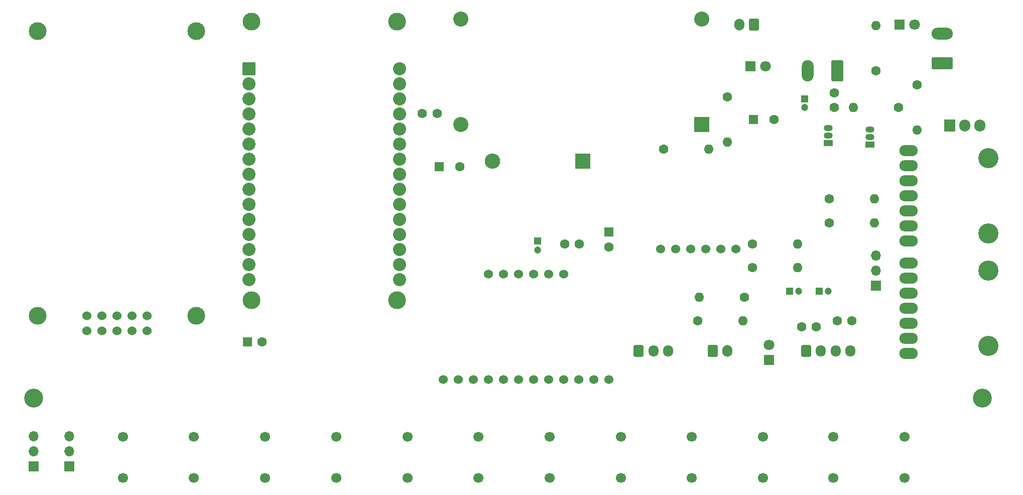
<source format=gbr>
%TF.GenerationSoftware,KiCad,Pcbnew,8.0.4*%
%TF.CreationDate,2024-10-15T19:25:35-05:00*%
%TF.ProjectId,touchboard,746f7563-6862-46f6-9172-642e6b696361,rev?*%
%TF.SameCoordinates,Original*%
%TF.FileFunction,Soldermask,Bot*%
%TF.FilePolarity,Negative*%
%FSLAX46Y46*%
G04 Gerber Fmt 4.6, Leading zero omitted, Abs format (unit mm)*
G04 Created by KiCad (PCBNEW 8.0.4) date 2024-10-15 19:25:35*
%MOMM*%
%LPD*%
G01*
G04 APERTURE LIST*
G04 Aperture macros list*
%AMRoundRect*
0 Rectangle with rounded corners*
0 $1 Rounding radius*
0 $2 $3 $4 $5 $6 $7 $8 $9 X,Y pos of 4 corners*
0 Add a 4 corners polygon primitive as box body*
4,1,4,$2,$3,$4,$5,$6,$7,$8,$9,$2,$3,0*
0 Add four circle primitives for the rounded corners*
1,1,$1+$1,$2,$3*
1,1,$1+$1,$4,$5*
1,1,$1+$1,$6,$7*
1,1,$1+$1,$8,$9*
0 Add four rect primitives between the rounded corners*
20,1,$1+$1,$2,$3,$4,$5,0*
20,1,$1+$1,$4,$5,$6,$7,0*
20,1,$1+$1,$6,$7,$8,$9,0*
20,1,$1+$1,$8,$9,$2,$3,0*%
G04 Aperture macros list end*
%ADD10C,1.524000*%
%ADD11C,1.600000*%
%ADD12O,1.600000X1.600000*%
%ADD13R,1.200000X1.200000*%
%ADD14C,1.200000*%
%ADD15R,1.905000X2.000000*%
%ADD16O,1.905000X2.000000*%
%ADD17R,1.600000X1.600000*%
%ADD18RoundRect,0.250000X0.600000X0.750000X-0.600000X0.750000X-0.600000X-0.750000X0.600000X-0.750000X0*%
%ADD19O,1.700000X2.000000*%
%ADD20C,1.700000*%
%ADD21R,1.700000X1.700000*%
%ADD22O,1.700000X1.700000*%
%ADD23C,3.000000*%
%ADD24RoundRect,0.102000X-1.000000X-1.000000X1.000000X-1.000000X1.000000X1.000000X-1.000000X1.000000X0*%
%ADD25C,2.204000*%
%ADD26RoundRect,0.250000X-0.600000X-0.725000X0.600000X-0.725000X0.600000X0.725000X-0.600000X0.725000X0*%
%ADD27O,1.700000X1.950000*%
%ADD28C,3.200000*%
%ADD29R,2.540000X2.540000*%
%ADD30C,2.540000*%
%ADD31RoundRect,0.250000X1.550000X-0.750000X1.550000X0.750000X-1.550000X0.750000X-1.550000X-0.750000X0*%
%ADD32O,3.600000X2.000000*%
%ADD33C,3.400000*%
%ADD34O,3.101600X1.851600*%
%ADD35RoundRect,0.250000X0.750000X1.550000X-0.750000X1.550000X-0.750000X-1.550000X0.750000X-1.550000X0*%
%ADD36O,2.000000X3.600000*%
%ADD37R,1.800000X1.800000*%
%ADD38C,1.800000*%
%ADD39RoundRect,0.250000X-0.600000X-0.750000X0.600000X-0.750000X0.600000X0.750000X-0.600000X0.750000X0*%
%ADD40R,1.500000X1.050000*%
%ADD41O,1.500000X1.050000*%
%ADD42R,2.600000X2.600000*%
%ADD43O,2.600000X2.600000*%
G04 APERTURE END LIST*
D10*
%TO.C,U1*%
X135350000Y-88110000D03*
X132810000Y-88110000D03*
X130270000Y-88110000D03*
X127730000Y-88110000D03*
X125190000Y-88110000D03*
X122650000Y-88110000D03*
X115030000Y-105890000D03*
X117570000Y-105890000D03*
X120110000Y-105890000D03*
X122650000Y-105890000D03*
X125190000Y-105890000D03*
X127730000Y-105890000D03*
X130270000Y-105890000D03*
X132810000Y-105890000D03*
X135350000Y-105890000D03*
X137890000Y-105890000D03*
X140430000Y-105890000D03*
X142970000Y-105890000D03*
%TD*%
D11*
%TO.C,R3*%
X191810000Y-60000000D03*
D12*
X184190000Y-60000000D03*
%TD*%
D13*
%TO.C,C4*%
X176000000Y-58500000D03*
D14*
X176000000Y-60000000D03*
%TD*%
D11*
%TO.C,C35*%
X135500000Y-83000000D03*
X138000000Y-83000000D03*
%TD*%
D15*
%TO.C,Q3*%
X200460000Y-63000000D03*
D16*
X203000000Y-63000000D03*
X205540000Y-63000000D03*
%TD*%
D13*
%TO.C,C8*%
X178500000Y-91000000D03*
D14*
X180000000Y-91000000D03*
%TD*%
D11*
%TO.C,R1*%
X163000000Y-58190000D03*
D12*
X163000000Y-65810000D03*
%TD*%
D17*
%TO.C,C1*%
X167347349Y-62000000D03*
D11*
X170847349Y-62000000D03*
%TD*%
%TO.C,RG1*%
X180143000Y-79420000D03*
D12*
X187763000Y-79420000D03*
%TD*%
D17*
%TO.C,C33*%
X143000000Y-81000000D03*
D11*
X143000000Y-83500000D03*
%TD*%
D18*
%TO.C,J2*%
X167500000Y-46000000D03*
D19*
X165000000Y-46000000D03*
%TD*%
D20*
%TO.C,E9*%
X157000000Y-122500000D03*
X157000000Y-115500000D03*
%TD*%
D21*
%TO.C,JP1*%
X188000000Y-90000000D03*
D22*
X188000000Y-87460000D03*
X188000000Y-84920000D03*
%TD*%
D11*
%TO.C,R2*%
X152190000Y-67000000D03*
D12*
X159810000Y-67000000D03*
%TD*%
D23*
%TO.C,U3*%
X82720000Y-45525000D03*
X82720000Y-92475000D03*
X107230000Y-45525000D03*
X107230000Y-92475000D03*
D24*
X82300000Y-53485000D03*
D25*
X82300000Y-56025000D03*
X82300000Y-58565000D03*
X82300000Y-61105000D03*
X82300000Y-63645000D03*
X82300000Y-66185000D03*
X82300000Y-68725000D03*
X82300000Y-71265000D03*
X82300000Y-73805000D03*
X82300000Y-76345000D03*
X82300000Y-78885000D03*
X82300000Y-81425000D03*
X82300000Y-83965000D03*
X82300000Y-86505000D03*
X82300000Y-89045000D03*
X107700000Y-89045000D03*
X107700000Y-86505000D03*
X107700000Y-83965000D03*
X107700000Y-81425000D03*
X107700000Y-78885000D03*
X107700000Y-76345000D03*
X107700000Y-73805000D03*
X107700000Y-71265000D03*
X107700000Y-68725000D03*
X107700000Y-66185000D03*
X107700000Y-63645000D03*
X107700000Y-61105000D03*
X107700000Y-58565000D03*
X107700000Y-56025000D03*
X107700000Y-53485000D03*
%TD*%
D11*
%TO.C,R6*%
X158000000Y-96000000D03*
D12*
X165620000Y-96000000D03*
%TD*%
D26*
%TO.C,J4*%
X176250000Y-101000000D03*
D27*
X178750000Y-101000000D03*
X181250000Y-101000000D03*
X183750000Y-101000000D03*
%TD*%
D20*
%TO.C,E4*%
X97000000Y-122500000D03*
X97000000Y-115500000D03*
%TD*%
D28*
%TO.C,H2*%
X206000000Y-109000000D03*
%TD*%
D29*
%TO.C,U2*%
X158640000Y-62890000D03*
D30*
X158640000Y-45110000D03*
X118000000Y-45110000D03*
X118000000Y-62890000D03*
%TD*%
D10*
%TO.C,U7*%
X151750000Y-83825000D03*
X154290000Y-83825000D03*
X156830000Y-83825000D03*
X159370000Y-83825000D03*
X161910000Y-83825000D03*
X164450000Y-83825000D03*
%TD*%
D31*
%TO.C,J3*%
X199222500Y-52500000D03*
D32*
X199222500Y-47500000D03*
%TD*%
D20*
%TO.C,E7*%
X133000000Y-122500000D03*
X133000000Y-115500000D03*
%TD*%
%TO.C,E5*%
X109000000Y-122500000D03*
X109000000Y-115500000D03*
%TD*%
D11*
%TO.C,R8*%
X167190000Y-83000000D03*
D12*
X174810000Y-83000000D03*
%TD*%
D20*
%TO.C,E10*%
X169000000Y-122500000D03*
X169000000Y-115500000D03*
%TD*%
D11*
%TO.C,RSD1*%
X180143000Y-75420000D03*
D12*
X187763000Y-75420000D03*
%TD*%
D11*
%TO.C,R10*%
X165810000Y-92000000D03*
D12*
X158190000Y-92000000D03*
%TD*%
D33*
%TO.C,U4*%
X206969000Y-68530000D03*
X206969000Y-81230000D03*
D34*
X193499000Y-82500000D03*
X193499000Y-79960000D03*
X193499000Y-77420000D03*
X193499000Y-74880000D03*
X193499000Y-72340000D03*
X193499000Y-69800000D03*
X193499000Y-67260000D03*
%TD*%
D33*
%TO.C,U5*%
X207016000Y-87530000D03*
X207016000Y-100230000D03*
D34*
X193546000Y-101500000D03*
X193546000Y-98960000D03*
X193546000Y-96420000D03*
X193546000Y-93880000D03*
X193546000Y-91340000D03*
X193546000Y-88800000D03*
X193546000Y-86260000D03*
%TD*%
D20*
%TO.C,E6*%
X121000000Y-122500000D03*
X121000000Y-115500000D03*
%TD*%
%TO.C,E11*%
X180880000Y-122500000D03*
X180880000Y-115500000D03*
%TD*%
D11*
%TO.C,C9*%
X181500000Y-96000000D03*
X184000000Y-96000000D03*
%TD*%
D35*
%TO.C,J1*%
X181500000Y-53777500D03*
D36*
X176500000Y-53777500D03*
%TD*%
D23*
%TO.C,U6*%
X46600000Y-95130000D03*
X73400000Y-95130000D03*
X46600000Y-47130000D03*
X73400000Y-47130000D03*
D10*
X54920000Y-97670000D03*
X57460000Y-97670000D03*
X60000000Y-97670000D03*
X62540000Y-97670000D03*
X65080000Y-97670000D03*
X54920000Y-95130000D03*
X57460000Y-95130000D03*
X60000000Y-95130000D03*
X62540000Y-95130000D03*
X65080000Y-95130000D03*
%TD*%
D37*
%TO.C,D3*%
X170000000Y-102540000D03*
D38*
X170000000Y-100000000D03*
%TD*%
D13*
%TO.C,C34*%
X131000000Y-82500000D03*
D14*
X131000000Y-84000000D03*
%TD*%
D37*
%TO.C,D4*%
X192000000Y-46000000D03*
D38*
X194540000Y-46000000D03*
%TD*%
D20*
%TO.C,E8*%
X145000000Y-122500000D03*
X145000000Y-115500000D03*
%TD*%
D39*
%TO.C,J8*%
X160500000Y-101000000D03*
D19*
X163000000Y-101000000D03*
%TD*%
D11*
%TO.C,R4*%
X195000000Y-56190000D03*
D12*
X195000000Y-63810000D03*
%TD*%
D17*
%TO.C,C32*%
X82000000Y-99500000D03*
D11*
X84500000Y-99500000D03*
%TD*%
D20*
%TO.C,E12*%
X192880000Y-122500000D03*
X192880000Y-115500000D03*
%TD*%
D11*
%TO.C,C2*%
X114000000Y-61000000D03*
X111500000Y-61000000D03*
%TD*%
D40*
%TO.C,Q2*%
X187000000Y-66270000D03*
D41*
X187000000Y-65000000D03*
X187000000Y-63730000D03*
%TD*%
D20*
%TO.C,E2*%
X73000000Y-122500000D03*
X73000000Y-115500000D03*
%TD*%
D17*
%TO.C,C3*%
X114347349Y-70000000D03*
D11*
X117847349Y-70000000D03*
%TD*%
%TO.C,C7*%
X175500000Y-97000000D03*
X178000000Y-97000000D03*
%TD*%
D28*
%TO.C,H1*%
X46000000Y-109000000D03*
%TD*%
D21*
%TO.C,JP3*%
X52000000Y-120540000D03*
D22*
X52000000Y-118000000D03*
X52000000Y-115460000D03*
%TD*%
D42*
%TO.C,D1*%
X138620000Y-69000000D03*
D43*
X123380000Y-69000000D03*
%TD*%
D11*
%TO.C,C5*%
X181000000Y-57500000D03*
X181000000Y-60000000D03*
%TD*%
D20*
%TO.C,E1*%
X61000000Y-122500000D03*
X61000000Y-115500000D03*
%TD*%
D11*
%TO.C,R7*%
X167190000Y-87000000D03*
D12*
X174810000Y-87000000D03*
%TD*%
D11*
%TO.C,R5*%
X188000000Y-53810000D03*
D12*
X188000000Y-46190000D03*
%TD*%
D13*
%TO.C,C6*%
X173500000Y-91000000D03*
D14*
X175000000Y-91000000D03*
%TD*%
D37*
%TO.C,D2*%
X166905000Y-53000000D03*
D38*
X169445000Y-53000000D03*
%TD*%
D21*
%TO.C,JP2*%
X46000000Y-120540000D03*
D22*
X46000000Y-118000000D03*
X46000000Y-115460000D03*
%TD*%
D26*
%TO.C,J5*%
X148000000Y-101000000D03*
D27*
X150500000Y-101000000D03*
X153000000Y-101000000D03*
%TD*%
D20*
%TO.C,E3*%
X85000000Y-122500000D03*
X85000000Y-115500000D03*
%TD*%
D40*
%TO.C,Q1*%
X180000000Y-66000000D03*
D41*
X180000000Y-64730000D03*
X180000000Y-63460000D03*
%TD*%
M02*

</source>
